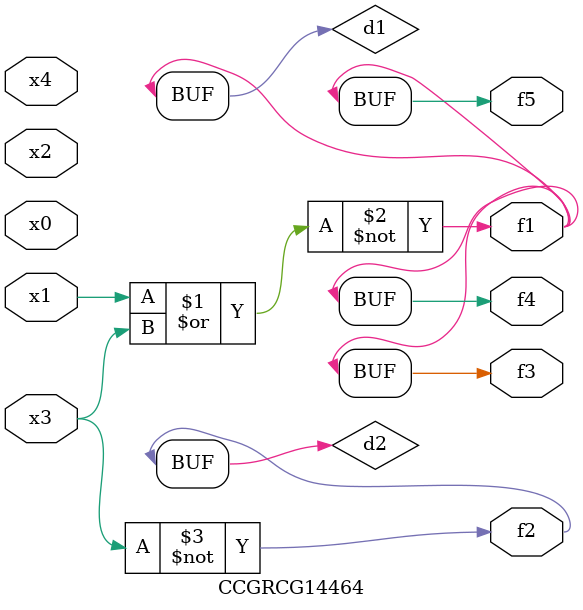
<source format=v>
module CCGRCG14464(
	input x0, x1, x2, x3, x4,
	output f1, f2, f3, f4, f5
);

	wire d1, d2;

	nor (d1, x1, x3);
	not (d2, x3);
	assign f1 = d1;
	assign f2 = d2;
	assign f3 = d1;
	assign f4 = d1;
	assign f5 = d1;
endmodule

</source>
